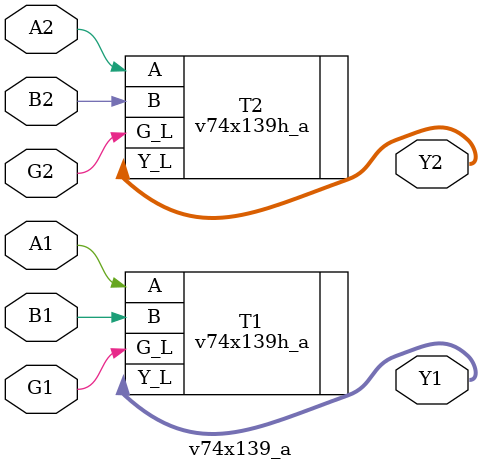
<source format=v>
`timescale 1ns / 1ps
module v74x139_a(
    input G1,
    input G2,
    input B1,
    input B2,
    input A1,
    input A2,
    output [3:0] Y1,
    output [3:0] Y2
    );

	v74x139h_a T1(.G_L(G1), .A(A1), .B(B1), .Y_L(Y1));
	v74x139h_a T2(.G_L(G2), .A(A2), .B(B2), .Y_L(Y2));

endmodule

</source>
